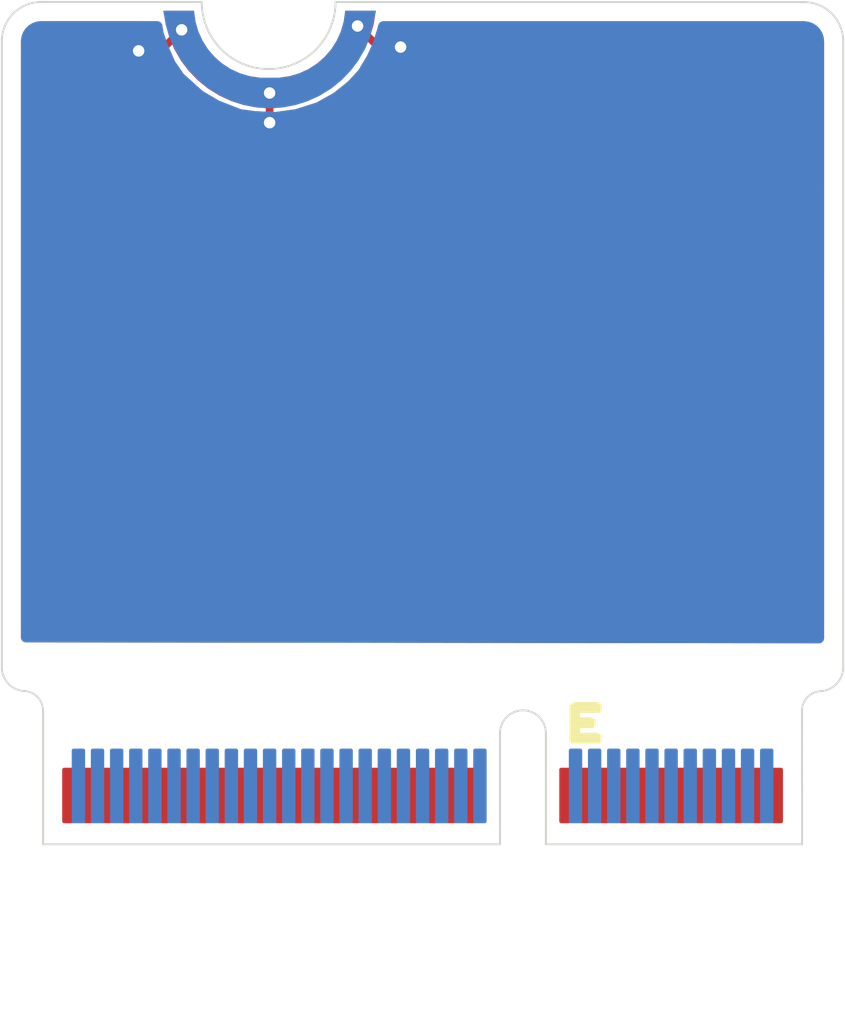
<source format=kicad_pcb>
(kicad_pcb (version 20241229) (generator "pcbnew") (generator_version "9.0")
  (title_block (title "MOSAIC Memory Module Template") (date "2025-07-21") (rev "1.0") (company "Texas State Space Lab") (comment 1 "Copyright (c) 2022 - 2025"))
  (layers (0 "F.Cu" signal) (2 "B.Cu" signal) (13 "F.Paste" user) (15 "B.Paste" user) (5 "F.SilkS" user "F.Silkscreen") (7 "B.SilkS" user "B.Silkscreen") (1 "F.Mask" user) (3 "B.Mask" user) (25 "Edge.Cuts" user))
  (net 0 "")
  (net 2 "Net-(J1-VCC-Pad72)")
  (net 9 "VCC")
  (net 12 "GND")
  (footprint "memory_module_footprints:M.2-CARD-E-22_MEMORY_STANDARD" (layer "F.Cu") (at 151.75 114.275)
    (property "Reference" "J1" (hide yes))
    (property "Value" "~" (hide yes))
    (fp_poly (pts (xy 3.841 -3.595) (xy 4.681 -3.595) (xy 4.681 -3.635) (xy 3.841 -3.635)) (fill yes) (layer "F.SilkS"))
    (fp_poly (pts (xy 3.841 -3.555) (xy 4.681 -3.555) (xy 4.681 -3.595) (xy 3.841 -3.595)) (fill yes) (layer "F.SilkS"))
    (fp_poly (pts (xy 3.841 -3.515) (xy 4.681 -3.515) (xy 4.681 -3.555) (xy 3.841 -3.555)) (fill yes) (layer "F.SilkS"))
    (fp_poly (pts (xy 3.841 -3.475) (xy 4.681 -3.475) (xy 4.681 -3.515) (xy 3.841 -3.515)) (fill yes) (layer "F.SilkS"))
    (fp_poly (pts (xy 3.841 -3.435) (xy 4.641 -3.435) (xy 4.641 -3.475) (xy 3.841 -3.475)) (fill yes) (layer "F.SilkS"))
    (fp_poly (pts (xy 3.841 -3.395) (xy 4.121 -3.395) (xy 4.121 -3.435) (xy 3.841 -3.435)) (fill yes) (layer "F.SilkS"))
    (fp_poly (pts (xy 3.841 -3.355) (xy 4.121 -3.355) (xy 4.121 -3.395) (xy 3.841 -3.395)) (fill yes) (layer "F.SilkS"))
    (fp_poly (pts (xy 3.841 -3.315) (xy 4.121 -3.315) (xy 4.121 -3.355) (xy 3.841 -3.355)) (fill yes) (layer "F.SilkS"))
    (fp_poly (pts (xy 3.841 -3.275) (xy 4.441 -3.275) (xy 4.441 -3.315) (xy 3.841 -3.315)) (fill yes) (layer "F.SilkS"))
    (fp_poly (pts (xy 3.841 -3.235) (xy 4.521 -3.235) (xy 4.521 -3.275) (xy 3.841 -3.275)) (fill yes) (layer "F.SilkS"))
    (fp_poly (pts (xy 3.841 -3.195) (xy 4.521 -3.195) (xy 4.521 -3.235) (xy 3.841 -3.235)) (fill yes) (layer "F.SilkS"))
    (fp_poly (pts (xy 3.841 -3.155) (xy 4.521 -3.155) (xy 4.521 -3.195) (xy 3.841 -3.195)) (fill yes) (layer "F.SilkS"))
    (fp_poly (pts (xy 3.841 -3.115) (xy 4.521 -3.115) (xy 4.521 -3.155) (xy 3.841 -3.155)) (fill yes) (layer "F.SilkS"))
    (fp_poly (pts (xy 3.841 -3.075) (xy 4.521 -3.075) (xy 4.521 -3.115) (xy 3.841 -3.115)) (fill yes) (layer "F.SilkS"))
    (fp_poly (pts (xy 3.841 -3.035) (xy 4.481 -3.035) (xy 4.481 -3.075) (xy 3.841 -3.075)) (fill yes) (layer "F.SilkS"))
    (fp_poly (pts (xy 3.841 -2.995) (xy 4.121 -2.995) (xy 4.121 -3.035) (xy 3.841 -3.035)) (fill yes) (layer "F.SilkS"))
    (fp_poly (pts (xy 3.841 -2.955) (xy 4.121 -2.955) (xy 4.121 -2.995) (xy 3.841 -2.995)) (fill yes) (layer "F.SilkS"))
    (fp_poly (pts (xy 3.841 -2.915) (xy 4.121 -2.915) (xy 4.121 -2.955) (xy 3.841 -2.955)) (fill yes) (layer "F.SilkS"))
    (fp_poly (pts (xy 3.841 -2.875) (xy 4.601 -2.875) (xy 4.601 -2.915) (xy 3.841 -2.915)) (fill yes) (layer "F.SilkS"))
    (fp_poly (pts (xy 3.841 -2.835) (xy 4.681 -2.835) (xy 4.681 -2.875) (xy 3.841 -2.875)) (fill yes) (layer "F.SilkS"))
    (fp_poly (pts (xy 3.841 -2.795) (xy 4.681 -2.795) (xy 4.681 -2.835) (xy 3.841 -2.835)) (fill yes) (layer "F.SilkS"))
    (fp_poly (pts (xy 3.841 -2.755) (xy 4.681 -2.755) (xy 4.681 -2.795) (xy 3.841 -2.795)) (fill yes) (layer "F.SilkS"))
    (fp_poly (pts (xy 3.841 -2.715) (xy 4.681 -2.715) (xy 4.681 -2.755) (xy 3.841 -2.755)) (fill yes) (layer "F.SilkS"))
    (fp_poly (pts (xy 3.841 -2.675) (xy 4.681 -2.675) (xy 4.681 -2.715) (xy 3.841 -2.715)) (fill yes) (layer "F.SilkS"))
    (fp_poly (pts (xy 3.881 -3.635) (xy 4.681 -3.635) (xy 4.681 -3.675) (xy 3.881 -3.675)) (fill yes) (layer "F.SilkS"))
    (fp_poly (pts (xy 3.881 -2.635) (xy 4.641 -2.635) (xy 4.641 -2.675) (xy 3.881 -2.675)) (fill yes) (layer "F.SilkS"))
    (fp_poly (pts (xy 3.961 -3.675) (xy 4.601 -3.675) (xy 4.601 -3.715) (xy 3.961 -3.715)) (fill yes) (layer "F.SilkS"))
    (fp_line (start -11.003056 -4.650126) (end -11.003056 -21) (stroke (width 0.05)) (layer "Edge.Cuts"))
    (fp_line (start -9.925 0) (end -9.925 -3.475) (stroke (width 0.05)) (layer "Edge.Cuts"))
    (fp_line (start -9.923668 -22.002077) (end -5.775 -22.002077) (stroke (width 0.05)) (layer "Edge.Cuts"))
    (fp_line (start -2.275 -22) (end 10 -22) (stroke (width 0.05)) (layer "Edge.Cuts"))
    (fp_line (start 2.025 -2.9) (end 2.025 0) (stroke (width 0.05)) (layer "Edge.Cuts"))
    (fp_line (start 2.025 0) (end -9.925 0) (stroke (width 0.05)) (layer "Edge.Cuts"))
    (fp_line (start 3.225 0) (end 3.225 -2.9) (stroke (width 0.05)) (layer "Edge.Cuts"))
    (fp_line (start 9.923727 -3.500015) (end 9.925 0) (stroke (width 0.05)) (layer "Edge.Cuts"))
    (fp_line (start 9.925 0) (end 3.225 0) (stroke (width 0.05)) (layer "Edge.Cuts"))
    (fp_line (start 11.000305 -20.975) (end 11 -4.6) (stroke (width 0.05)) (layer "Edge.Cuts"))
    (fp_arc (start -11.003056 -21) (mid -10.674662 -21.728656) (end -9.923646 -22.002077) (stroke (width 0.05)) (layer "Edge.Cuts"))
    (fp_arc (start -10.450763 -4.006026) (mid -10.853683 -4.219372) (end -11.003056 -4.650126) (stroke (width 0.05)) (layer "Edge.Cuts"))
    (fp_arc (start -10.450763 -4.006026) (mid -10.074999 -3.852277) (end -9.925 -3.475) (stroke (width 0.05)) (layer "Edge.Cuts"))
    (fp_arc (start -2.274999 -22) (mid -4.026039 -20.249999) (end -5.775 -22.002077) (stroke (width 0.05)) (layer "Edge.Cuts"))
    (fp_arc (start 2.025 -2.9) (mid 2.625 -3.5) (end 3.225 -2.9) (stroke (width 0.05)) (layer "Edge.Cuts"))
    (fp_arc (start 9.923727 -3.50003) (mid 10.065291 -3.841996) (end 10.399979 -4) (stroke (width 0.05)) (layer "Edge.Cuts"))
    (fp_arc (start 10 -22) (mid 10.708786 -21.691107) (end 11.000305 -20.975) (stroke (width 0.05)) (layer "Edge.Cuts"))
    (fp_arc (start 11 -4.6) (mid 10.817295 -4.182705) (end 10.4 -4) (stroke (width 0.05)) (layer "Edge.Cuts"))
    (pad "1" smd custom (at -2.775 -19.975) (size 0.381 0.381) (layers "F.Cu") (net 12 "GND") (options (clearance outline) (anchor circle)) (primitives (gr_poly (pts (xy 1.493444 -1.435412) (xy 1.396636 -1.107764) (xy 1.260904 -0.794232) (xy 1.088241 -0.499422) (xy 0.881185 -0.227664) (xy 0.642774 0.017052) (xy 0.376511 0.23113) (xy 0.086308 0.411427) (xy -0.223575 0.555295) (xy -0.548586 0.660621) (xy -0.88395 0.725857) (xy -1.224911 0.750057) (xy -1.566712 0.728244) (xy -1.903134 0.664835) (xy -2.229281 0.560774) (xy -2.540259 0.41762) (xy -2.831403 0.237522) (xy -3.098346 0.023181) (xy -3.337083 -0.222187) (xy -3.544031 -0.4949) (xy -3.716087 -0.790869) (xy -3.850972 -1.10636) (xy -4.006214 -1.8) (xy -3.203231 -1.8) (xy -3.163611 -1.514643) (xy -3.090309 -1.260462) (xy -2.981576 -1.019294) (xy -2.839637 -0.796069) (xy -2.667364 -0.595302) (xy -2.468278 -0.421103) (xy -2.246426 -0.277008) (xy -2.006329 -0.165954) (xy -1.752866 -0.090198) (xy -1.491208 -0.051286) (xy -1.225 -0.05) (xy -0.958793 -0.051286) (xy -0.697135 -0.090198) (xy -0.443672 -0.165954) (xy -0.203575 -0.277008) (xy 0.018277 -0.421103) (xy 0.217363 -0.595302) (xy 0.389636 -0.796069) (xy 0.531575 -1.019294) (xy 0.640308 -1.260462) (xy 0.71361 -1.514643) (xy 0.753231 -1.8) (xy 1.554538 -1.8)) (width 0) (fill yes))))
    (pad "1" smd custom (at -2.275 -20.375) (size 0.381 0.381) (layers "B.Cu") (net 12 "GND") (options (clearance outline) (anchor circle)) (primitives (gr_poly (pts (xy 0.900971 -0.70636) (xy 0.766086 -0.390869) (xy 0.59403 -0.0949) (xy 0.387082 0.177813) (xy 0.148345 0.423181) (xy -0.118597 0.637522) (xy -0.409742 0.81762) (xy -0.720719 0.960774) (xy -1.046866 1.064835) (xy -1.383289 1.128244) (xy -1.700818 1.148508) (xy -1.700933 1.151771) (xy -1.725089 1.150057) (xy -1.749166 1.151593) (xy -1.74927 1.148341) (xy -2.06605 1.125856) (xy -2.401414 1.06062) (xy -2.726425 0.955294) (xy -3.036307 0.811427) (xy -3.326511 0.631129) (xy -3.592774 0.417052) (xy -3.831184 0.172336) (xy -4.038241 -0.099422) (xy -4.210903 -0.394231) (xy -4.346636 -0.707763) (xy -4.443444 -1.035412) (xy -4.5 -1.372919) (xy -4.5 -1.4) (xy -3.703231 -1.4) (xy -3.663611 -1.114643) (xy -3.590309 -0.860462) (xy -3.481576 -0.619294) (xy -3.339637 -0.396069) (xy -3.167364 -0.195302) (xy -2.968278 -0.021103) (xy -2.746426 0.122992) (xy -2.506329 0.234046) (xy -2.252866 0.309802) (xy -1.991208 0.348714) (xy -1.725 0.35) (xy -1.458793 0.348714) (xy -1.197135 0.309802) (xy -0.943672 0.234046) (xy -0.703575 0.122992) (xy -0.481723 -0.021103) (xy -0.282637 -0.195302) (xy -0.110364 -0.396069) (xy 0.031575 -0.619294) (xy 0.140308 -0.860462) (xy 0.21361 -1.114643) (xy 0.253231 -1.4) (xy 1.056214 -1.4)) (width 0) (fill yes))))
    (pad "1" smd roundrect (at 9.25 -1.275 180) (size 0.35 1.45) (layers "F.Cu" "F.Mask") (roundrect_rratio 0.1451428571) (net 12 "GND"))
    (pad "2" smd roundrect (at 9 -1.525) (size 0.35 1.95) (layers "B.Cu" "B.Mask") (roundrect_rratio 0.1451428571))
    (pad "3" smd roundrect (at 8.75 -1.275 180) (size 0.35 1.45) (layers "F.Cu" "F.Mask") (roundrect_rratio 0.1451428571))
    (pad "4" smd roundrect (at 8.5 -1.525) (size 0.35 1.95) (layers "B.Cu" "B.Mask") (roundrect_rratio 0.1451428571))
    (pad "5" smd roundrect (at 8.25 -1.275 180) (size 0.35 1.45) (layers "F.Cu" "F.Mask") (roundrect_rratio 0.1451428571))
    (pad "6" smd roundrect (at 8 -1.525) (size 0.35 1.95) (layers "B.Cu" "B.Mask") (roundrect_rratio 0.1451428571))
    (pad "7" smd roundrect (at 7.75 -1.275 180) (size 0.35 1.45) (layers "F.Cu" "F.Mask") (roundrect_rratio 0.1451428571))
    (pad "8" smd roundrect (at 7.5 -1.525) (size 0.35 1.95) (layers "B.Cu" "B.Mask") (roundrect_rratio 0.1451428571))
    (pad "9" smd roundrect (at 7.25 -1.275 180) (size 0.35 1.45) (layers "F.Cu" "F.Mask") (roundrect_rratio 0.1451428571))
    (pad "10" smd roundrect (at 7 -1.525) (size 0.35 1.95) (layers "B.Cu" "B.Mask") (roundrect_rratio 0.1451428571))
    (pad "11" smd roundrect (at 6.75 -1.275 180) (size 0.35 1.45) (layers "F.Cu" "F.Mask") (roundrect_rratio 0.1451428571))
    (pad "12" smd roundrect (at 6.5 -1.525) (size 0.35 1.95) (layers "B.Cu" "B.Mask") (roundrect_rratio 0.1451428571))
    (pad "13" smd roundrect (at 6.25 -1.275 180) (size 0.35 1.45) (layers "F.Cu" "F.Mask") (roundrect_rratio 0.1451428571))
    (pad "14" smd roundrect (at 6 -1.525) (size 0.35 1.95) (layers "B.Cu" "B.Mask") (roundrect_rratio 0.1451428571))
    (pad "15" smd roundrect (at 5.75 -1.275 180) (size 0.35 1.45) (layers "F.Cu" "F.Mask") (roundrect_rratio 0.1451428571))
    (pad "16" smd roundrect (at 5.5 -1.525) (size 0.35 1.95) (layers "B.Cu" "B.Mask") (roundrect_rratio 0.1451428571))
    (pad "17" smd roundrect (at 5.25 -1.275 180) (size 0.35 1.45) (layers "F.Cu" "F.Mask") (roundrect_rratio 0.1451428571))
    (pad "18" smd roundrect (at 5 -1.525) (size 0.35 1.95) (layers "B.Cu" "B.Mask") (roundrect_rratio 0.1451428571))
    (pad "19" smd roundrect (at 4.75 -1.275 180) (size 0.35 1.45) (layers "F.Cu" "F.Mask") (roundrect_rratio 0.1451428571))
    (pad "20" smd roundrect (at 4.5 -1.525) (size 0.35 1.95) (layers "B.Cu" "B.Mask") (roundrect_rratio 0.1451428571))
    (pad "21" smd roundrect (at 4.25 -1.275 180) (size 0.35 1.45) (layers "F.Cu" "F.Mask") (roundrect_rratio 0.1451428571))
    (pad "22" smd roundrect (at 4 -1.525) (size 0.35 1.95) (layers "B.Cu" "B.Mask") (roundrect_rratio 0.1451428571))
    (pad "23" smd roundrect (at 3.75 -1.275 180) (size 0.35 1.45) (layers "F.Cu" "F.Mask") (roundrect_rratio 0.1451428571))
    (pad "32" smd roundrect (at 1.5 -1.525) (size 0.35 1.95) (layers "B.Cu" "B.Mask") (roundrect_rratio 0.1451428571))
    (pad "33" smd roundrect (at 1.25 -1.275 180) (size 0.35 1.45) (layers "F.Cu" "F.Mask") (roundrect_rratio 0.1451428571) (net 12 "GND"))
    (pad "34" smd roundrect (at 1 -1.525) (size 0.35 1.95) (layers "B.Cu" "B.Mask") (roundrect_rratio 0.1451428571))
    (pad "35" smd roundrect (at 0.75 -1.275 180) (size 0.35 1.45) (layers "F.Cu" "F.Mask") (roundrect_rratio 0.1451428571))
    (pad "36" smd roundrect (at 0.5 -1.525) (size 0.35 1.95) (layers "B.Cu" "B.Mask") (roundrect_rratio 0.1451428571))
    (pad "37" smd roundrect (at 0.25 -1.275 180) (size 0.35 1.45) (layers "F.Cu" "F.Mask") (roundrect_rratio 0.1451428571))
    (pad "38" smd roundrect (at 0 -1.525) (size 0.35 1.95) (layers "B.Cu" "B.Mask") (roundrect_rratio 0.1451428571))
    (pad "39" smd roundrect (at -0.25 -1.275 180) (size 0.35 1.45) (layers "F.Cu" "F.Mask") (roundrect_rratio 0.1451428571) (net 12 "GND"))
    (pad "40" smd roundrect (at -0.5 -1.525) (size 0.35 1.95) (layers "B.Cu" "B.Mask") (roundrect_rratio 0.1451428571))
    (pad "41" smd roundrect (at -0.75 -1.275 180) (size 0.35 1.45) (layers "F.Cu" "F.Mask") (roundrect_rratio 0.1451428571))
    (pad "42" smd roundrect (at -1 -1.525) (size 0.35 1.95) (layers "B.Cu" "B.Mask") (roundrect_rratio 0.1451428571))
    (pad "43" smd roundrect (at -1.25 -1.275 180) (size 0.35 1.45) (layers "F.Cu" "F.Mask") (roundrect_rratio 0.1451428571))
    (pad "44" smd roundrect (at -1.5 -1.525) (size 0.35 1.95) (layers "B.Cu" "B.Mask") (roundrect_rratio 0.1451428571))
    (pad "45" smd roundrect (at -1.75 -1.275 180) (size 0.35 1.45) (layers "F.Cu" "F.Mask") (roundrect_rratio 0.1451428571) (net 12 "GND"))
    (pad "46" smd roundrect (at -2 -1.525) (size 0.35 1.95) (layers "B.Cu" "B.Mask") (roundrect_rratio 0.1451428571))
    (pad "47" smd roundrect (at -2.25 -1.275 180) (size 0.35 1.45) (layers "F.Cu" "F.Mask") (roundrect_rratio 0.1451428571))
    (pad "48" smd roundrect (at -2.5 -1.525) (size 0.35 1.95) (layers "B.Cu" "B.Mask") (roundrect_rratio 0.1451428571))
    (pad "49" smd roundrect (at -2.75 -1.275 180) (size 0.35 1.45) (layers "F.Cu" "F.Mask") (roundrect_rratio 0.1451428571))
    (pad "50" smd roundrect (at -3 -1.525) (size 0.35 1.95) (layers "B.Cu" "B.Mask") (roundrect_rratio 0.1451428571))
    (pad "51" smd roundrect (at -3.25 -1.275 180) (size 0.35 1.45) (layers "F.Cu" "F.Mask") (roundrect_rratio 0.1451428571))
    (pad "52" smd roundrect (at -3.5 -1.525) (size 0.35 1.95) (layers "B.Cu" "B.Mask") (roundrect_rratio 0.1451428571))
    (pad "53" smd roundrect (at -3.75 -1.275 180) (size 0.35 1.45) (layers "F.Cu" "F.Mask") (roundrect_rratio 0.1451428571))
    (pad "54" smd roundrect (at -4 -1.525) (size 0.35 1.95) (layers "B.Cu" "B.Mask") (roundrect_rratio 0.1451428571))
    (pad "55" smd roundrect (at -4.25 -1.275 180) (size 0.35 1.45) (layers "F.Cu" "F.Mask") (roundrect_rratio 0.1451428571))
    (pad "56" smd roundrect (at -4.5 -1.525) (size 0.35 1.95) (layers "B.Cu" "B.Mask") (roundrect_rratio 0.1451428571))
    (pad "57" smd roundrect (at -4.75 -1.275 180) (size 0.35 1.45) (layers "F.Cu" "F.Mask") (roundrect_rratio 0.1451428571))
    (pad "58" smd roundrect (at -5 -1.525) (size 0.35 1.95) (layers "B.Cu" "B.Mask") (roundrect_rratio 0.1451428571))
    (pad "59" smd roundrect (at -5.25 -1.275 180) (size 0.35 1.45) (layers "F.Cu" "F.Mask") (roundrect_rratio 0.1451428571))
    (pad "60" smd roundrect (at -5.5 -1.525) (size 0.35 1.95) (layers "B.Cu" "B.Mask") (roundrect_rratio 0.1451428571))
    (pad "61" smd roundrect (at -5.75 -1.275 180) (size 0.35 1.45) (layers "F.Cu" "F.Mask") (roundrect_rratio 0.1451428571))
    (pad "62" smd roundrect (at -6 -1.525) (size 0.35 1.95) (layers "B.Cu" "B.Mask") (roundrect_rratio 0.1451428571))
    (pad "63" smd roundrect (at -6.25 -1.275 180) (size 0.35 1.45) (layers "F.Cu" "F.Mask") (roundrect_rratio 0.1451428571))
    (pad "64" smd roundrect (at -6.5 -1.525) (size 0.35 1.95) (layers "B.Cu" "B.Mask") (roundrect_rratio 0.1451428571))
    (pad "65" smd roundrect (at -6.75 -1.275 180) (size 0.35 1.45) (layers "F.Cu" "F.Mask") (roundrect_rratio 0.1451428571))
    (pad "66" smd roundrect (at -7 -1.525) (size 0.35 1.95) (layers "B.Cu" "B.Mask") (roundrect_rratio 0.1451428571))
    (pad "67" smd roundrect (at -7.25 -1.275 180) (size 0.35 1.45) (layers "F.Cu" "F.Mask") (roundrect_rratio 0.1451428571))
    (pad "68" smd roundrect (at -7.5 -1.525) (size 0.35 1.95) (layers "B.Cu" "B.Mask") (roundrect_rratio 0.1451428571))
    (pad "69" smd roundrect (at -7.75 -1.275 180) (size 0.35 1.45) (layers "F.Cu" "F.Mask") (roundrect_rratio 0.1451428571))
    (pad "70" smd roundrect (at -8 -1.525) (size 0.35 1.95) (layers "B.Cu" "B.Mask") (roundrect_rratio 0.1451428571))
    (pad "71" smd roundrect (at -8.25 -1.275 180) (size 0.35 1.45) (layers "F.Cu" "F.Mask") (roundrect_rratio 0.1451428571))
    (pad "72" smd roundrect (at -8.5 -1.525) (size 0.35 1.95) (layers "B.Cu" "B.Mask") (roundrect_rratio 0.1451428571) (net 2 "Net-(J1-VCC-Pad72)"))
    (pad "73" smd roundrect (at -8.75 -1.275 180) (size 0.35 1.45) (layers "F.Cu" "F.Mask") (roundrect_rratio 0.1451428571) (net 9 "VCC"))
    (pad "74" smd roundrect (at -9 -1.525) (size 0.35 1.95) (layers "B.Cu" "B.Mask") (roundrect_rratio 0.1451428571) (net 2 "Net-(J1-VCC-Pad72)"))
    (pad "75" smd roundrect (at -9.25 -1.275 180) (size 0.35 1.45) (layers "F.Cu" "F.Mask") (roundrect_rratio 0.1451428571) (net 12 "GND"))
  )
  (segment (start 150.6 93.45) (end 151.175 93.45) (width 0.2) (layer "F.Cu") (net 12))
  (segment (start 150.05 92.9) (end 150.6 93.45) (width 0.2) (layer "F.Cu") (net 12))
  (segment (start 144.9 93.55) (end 144.325 93.55) (width 0.2) (layer "F.Cu") (net 12))
  (segment (start 147.75 94.65) (end 147.75 95.425) (width 0.2) (layer "F.Cu") (net 12))
  (segment (start 145.45 93) (end 144.9 93.55) (width 0.2) (layer "F.Cu") (net 12))
  (via (at 144.325 93.55) (size 0.6) (drill 0.3) (layers "F.Cu" "B.Cu") (net 12))
  (via (at 145.45 93) (size 0.6) (drill 0.3) (layers "F.Cu" "B.Cu") (net 12))
  (via (at 151.175 93.45) (size 0.6) (drill 0.3) (layers "F.Cu" "B.Cu") (net 12))
  (via (at 147.75 95.425) (size 0.6) (drill 0.3) (layers "F.Cu" "B.Cu") (net 12))
  (via (at 150.05 92.9) (size 0.6) (drill 0.3) (layers "F.Cu" "B.Cu") (net 12))
  (via (at 147.75 94.65) (size 0.6) (drill 0.3) (layers "F.Cu" "B.Cu") (net 12))
  (zone (net 12) (net_name "GND") (layers "F.Cu" "B.Cu") (connect_pads (clearance 0.5)) (min_thickness 0.25) (fill yes (thermal_gap 0.5) (thermal_bridge_width 0.5))
    (polygon (pts (xy 140.75 93.275) (xy 140.875 92.825) (xy 141.15 92.5) (xy 141.55 92.3) (xy 141.75 92.275) (xy 144.9 92.275) (xy 144.9 92.575) (xy 144.925 92.775) (xy 144.975 93.075) (xy 145.1 93.425) (xy 145.275 93.825) (xy 145.5 94.15) (xy 146 94.6) (xy 146.425 94.85) (xy 147 95.075) (xy 147.375 95.125) (xy 147.875 95.15) (xy 148.425 95.075) (xy 148.975 94.9) (xy 149.425 94.65) (xy 149.8 94.35) (xy 150.075 94.05) (xy 150.3 93.675) (xy 150.45 93.35) (xy 150.575 92.95) (xy 150.675 92.525) (xy 150.675 92.275) (xy 161.75 92.275) (xy 161.975 92.3) (xy 162.15 92.375) (xy 162.35 92.475) (xy 162.475 92.6) (xy 162.575 92.725) (xy 162.675 92.9) (xy 162.725 93.075) (xy 162.75 93.275) (xy 162.75 109.025) (xy 140.75 109)))
  )
)
</source>
